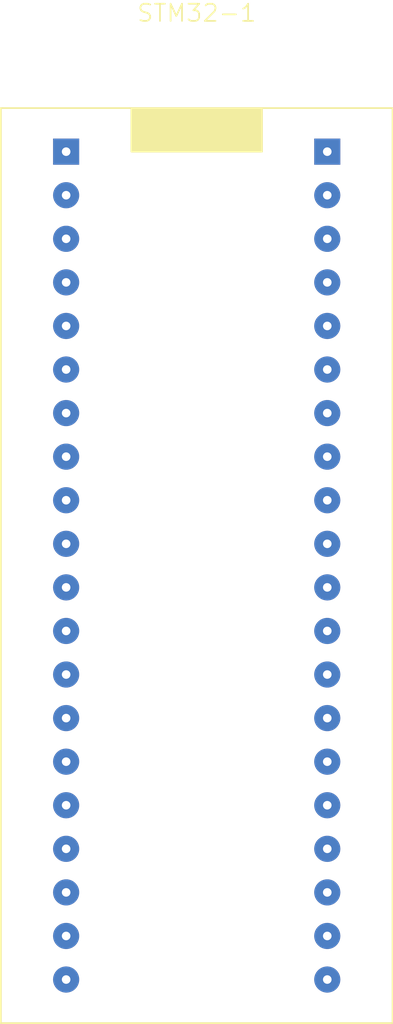
<source format=kicad_pcb>
(kicad_pcb (version 20240108) (generator "pcbnew") (generator_version "8.0")
  (layers (0 "F.Cu" signal) (31 "B.Cu" signal) (34 "B.Paste" user) (35 "F.Paste" user) (36 "B.SilkS" user "B.Silkscreen") (37 "F.SilkS" user "F.Silkscreen") (38 "B.Mask" user) (39 "F.Mask" user) (44 "Edge.Cuts" user))
  (net 0 "")
  (footprint "Oscillospcope_lib:Kit_STM32F103C8T6" (layer "F.Cu") (at 70.48 38.24)
    (property "Reference" "STM32-1" (at 0 -8.08 0) (layer "F.SilkS") (effects (font (thickness 0.1))))
    (property "Value" "~")
    (fp_rect (start -11.43 -2.54) (end 11.43 50.8) (stroke (width 0.1)) (fill none) (layer "F.SilkS"))
    (fp_rect (start -3.81 -2.54) (end 3.81 0) (stroke (width 0.1)) (fill solid) (layer "F.SilkS"))
    (pad "1" thru_hole rect (at -7.62 0) (size 1.524 1.524) (drill 0.5) (layers "*.Cu" "*.Mask"))
    (pad "2" thru_hole oval (at -7.62 2.54) (size 1.524 1.524) (drill 0.5) (layers "*.Cu" "*.Mask"))
    (pad "3" thru_hole circle (at -7.62 5.08) (size 1.524 1.524) (drill 0.5) (layers "*.Cu" "*.Mask"))
    (pad "4" thru_hole circle (at -7.62 7.62) (size 1.524 1.524) (drill 0.5) (layers "*.Cu" "*.Mask"))
    (pad "5" thru_hole circle (at -7.62 10.16) (size 1.524 1.524) (drill 0.5) (layers "*.Cu" "*.Mask"))
    (pad "6" thru_hole circle (at -7.62 12.7) (size 1.524 1.524) (drill 0.5) (layers "*.Cu" "*.Mask"))
    (pad "7" thru_hole circle (at -7.62 15.24) (size 1.524 1.524) (drill 0.5) (layers "*.Cu" "*.Mask"))
    (pad "8" thru_hole circle (at -7.62 17.78) (size 1.524 1.524) (drill 0.5) (layers "*.Cu" "*.Mask"))
    (pad "9" thru_hole circle (at -7.62 20.32) (size 1.524 1.524) (drill 0.5) (layers "*.Cu" "*.Mask"))
    (pad "10" thru_hole circle (at -7.62 22.86) (size 1.524 1.524) (drill 0.5) (layers "*.Cu" "*.Mask"))
    (pad "11" thru_hole circle (at -7.62 25.4) (size 1.524 1.524) (drill 0.5) (layers "*.Cu" "*.Mask"))
    (pad "12" thru_hole circle (at -7.62 27.94) (size 1.524 1.524) (drill 0.5) (layers "*.Cu" "*.Mask"))
    (pad "13" thru_hole circle (at -7.62 30.48) (size 1.524 1.524) (drill 0.5) (layers "*.Cu" "*.Mask"))
    (pad "14" thru_hole circle (at -7.62 33.02) (size 1.524 1.524) (drill 0.5) (layers "*.Cu" "*.Mask"))
    (pad "15" thru_hole circle (at -7.62 35.56) (size 1.524 1.524) (drill 0.5) (layers "*.Cu" "*.Mask"))
    (pad "16" thru_hole circle (at -7.62 38.1) (size 1.524 1.524) (drill 0.5) (layers "*.Cu" "*.Mask"))
    (pad "17" thru_hole circle (at -7.62 40.64) (size 1.524 1.524) (drill 0.5) (layers "*.Cu" "*.Mask"))
    (pad "18" thru_hole circle (at -7.62 43.18) (size 1.524 1.524) (drill 0.5) (layers "*.Cu" "*.Mask"))
    (pad "19" thru_hole circle (at -7.62 45.72) (size 1.524 1.524) (drill 0.5) (layers "*.Cu" "*.Mask"))
    (pad "20" thru_hole circle (at -7.62 48.26) (size 1.524 1.524) (drill 0.5) (layers "*.Cu" "*.Mask"))
    (pad "21" thru_hole circle (at 7.62 48.26) (size 1.524 1.524) (drill 0.5) (layers "*.Cu" "*.Mask"))
    (pad "22" thru_hole circle (at 7.62 45.72) (size 1.524 1.524) (drill 0.5) (layers "*.Cu" "*.Mask"))
    (pad "23" thru_hole circle (at 7.62 43.18) (size 1.524 1.524) (drill 0.5) (layers "*.Cu" "*.Mask"))
    (pad "24" thru_hole circle (at 7.62 40.64) (size 1.524 1.524) (drill 0.5) (layers "*.Cu" "*.Mask"))
    (pad "25" thru_hole circle (at 7.62 38.1) (size 1.524 1.524) (drill 0.5) (layers "*.Cu" "*.Mask"))
    (pad "26" thru_hole circle (at 7.62 35.56) (size 1.524 1.524) (drill 0.5) (layers "*.Cu" "*.Mask"))
    (pad "27" thru_hole circle (at 7.62 33.02) (size 1.524 1.524) (drill 0.5) (layers "*.Cu" "*.Mask"))
    (pad "28" thru_hole circle (at 7.62 30.48) (size 1.524 1.524) (drill 0.5) (layers "*.Cu" "*.Mask"))
    (pad "29" thru_hole circle (at 7.62 27.94) (size 1.524 1.524) (drill 0.5) (layers "*.Cu" "*.Mask"))
    (pad "30" thru_hole circle (at 7.62 25.4) (size 1.524 1.524) (drill 0.5) (layers "*.Cu" "*.Mask"))
    (pad "31" thru_hole circle (at 7.62 22.86) (size 1.524 1.524) (drill 0.5) (layers "*.Cu" "*.Mask"))
    (pad "32" thru_hole circle (at 7.62 20.32) (size 1.524 1.524) (drill 0.5) (layers "*.Cu" "*.Mask"))
    (pad "33" thru_hole circle (at 7.62 17.78) (size 1.524 1.524) (drill 0.5) (layers "*.Cu" "*.Mask"))
    (pad "34" thru_hole circle (at 7.62 15.24) (size 1.524 1.524) (drill 0.5) (layers "*.Cu" "*.Mask"))
    (pad "35" thru_hole circle (at 7.62 12.7) (size 1.524 1.524) (drill 0.5) (layers "*.Cu" "*.Mask"))
    (pad "36" thru_hole circle (at 7.62 10.16) (size 1.524 1.524) (drill 0.5) (layers "*.Cu" "*.Mask"))
    (pad "37" thru_hole circle (at 7.62 7.62) (size 1.524 1.524) (drill 0.5) (layers "*.Cu" "*.Mask"))
    (pad "38" thru_hole circle (at 7.62 5.08) (size 1.524 1.524) (drill 0.5) (layers "*.Cu" "*.Mask"))
    (pad "39" thru_hole circle (at 7.62 2.54) (size 1.524 1.524) (drill 0.5) (layers "*.Cu" "*.Mask"))
    (pad "40" thru_hole rect (at 7.62 0) (size 1.524 1.524) (drill 0.5) (layers "*.Cu" "*.Mask"))
  )
)
</source>
